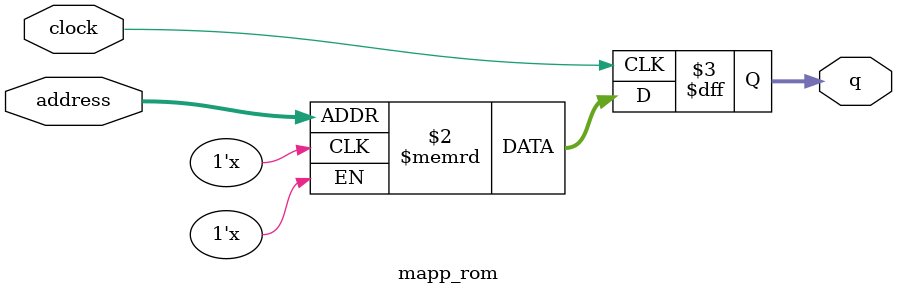
<source format=sv>
module mapp_rom (
	input logic clock,
	input logic [16:0] address,
	output logic [3:0] q
);

logic [3:0] memory [0:119999] /* synthesis ram_init_file = "./mapp/mapp.COE" */;

always_ff @ (posedge clock) begin
	q <= memory[address];
end

endmodule

</source>
